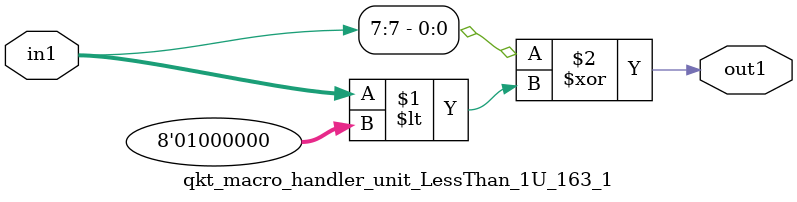
<source format=v>

`timescale 1ps / 1ps


module qkt_macro_handler_unit_LessThan_1U_163_1( in1, out1 );

    input [7:0] in1;
    output out1;

    
    // rtl_process:qkt_macro_handler_unit_LessThan_1U_163_1/qkt_macro_handler_unit_LessThan_1U_163_1_thread_1
    assign out1 = (in1[7] ^ in1 < 8'd064);

endmodule


</source>
